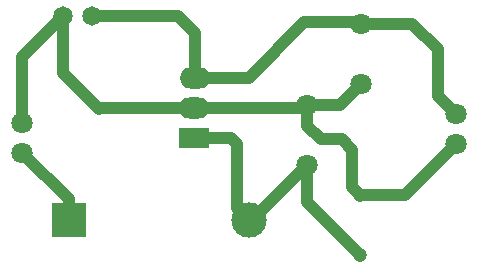
<source format=gbl>
G04 Layer: BottomLayer*
G04 EasyEDA v6.5.34, 2023-12-21 17:11:59*
G04 12d045cc0dbe4403be4ac363432de5ab,1733c34252f04aa8848ca1e28a7e2cb8,10*
G04 Gerber Generator version 0.2*
G04 Scale: 100 percent, Rotated: No, Reflected: No *
G04 Dimensions in millimeters *
G04 leading zeros omitted , absolute positions ,4 integer and 5 decimal *
%FSLAX45Y45*%
%MOMM*%

%ADD10C,1.0000*%
%ADD11C,1.2000*%
%ADD12C,1.8000*%
%ADD13C,1.6500*%
%ADD14R,3.0000X3.0000*%
%ADD15C,3.0000*%
%ADD16C,1.8001*%
%ADD17O,2.5999948X1.7999964*%
%ADD18R,2.6000X1.8000*%

%LPD*%
D10*
X2006104Y1536687D02*
G01*
X2933687Y1536687D01*
X2959100Y1562100D01*
X3403600Y800100D02*
G01*
X3784600Y800100D01*
X4216400Y1231900D01*
X3416300Y2247900D02*
G01*
X3848100Y2247900D01*
X4064000Y2032000D01*
X4064000Y1638300D01*
X4216400Y1485900D01*
X2959100Y1054100D02*
G01*
X2959100Y736600D01*
X3403600Y292100D01*
X2463800Y584200D02*
G01*
X2489200Y584200D01*
X2959100Y1054100D01*
X2006104Y1282687D02*
G01*
X2311412Y1282687D01*
X2362200Y1231900D01*
X2362200Y685800D01*
X2463800Y584200D01*
X2959100Y1562100D02*
G01*
X2959100Y1384300D01*
X3073400Y1270000D01*
X3251200Y1270000D01*
X3340100Y1181100D01*
X3340100Y863600D01*
X3403600Y800100D01*
X2959100Y1562100D02*
G01*
X3238500Y1562100D01*
X3416300Y1739900D01*
X2007095Y1790712D02*
G01*
X2463812Y1790712D01*
X2933700Y2260600D01*
X3403600Y2260600D01*
X3416300Y2247900D01*
X1140993Y2311400D02*
G01*
X1866900Y2311400D01*
X2007095Y2171204D01*
X2007095Y1790712D01*
X891006Y2311400D02*
G01*
X891006Y1826793D01*
X1193800Y1524000D01*
X1206487Y1536687D01*
X2006104Y1536687D01*
X546100Y1409700D02*
G01*
X546100Y1966493D01*
X891006Y2311400D01*
X939800Y584200D02*
G01*
X939800Y762000D01*
X546100Y1155700D01*
D11*
G01*
X3403600Y800100D03*
G01*
X3403600Y292100D03*
D12*
G01*
X2959100Y1562100D03*
G01*
X2959100Y1054100D03*
G01*
X3416300Y1739900D03*
G01*
X3416300Y2247900D03*
D13*
G01*
X891006Y2311400D03*
G01*
X1140993Y2311400D03*
D14*
G01*
X939800Y584200D03*
D15*
G01*
X2463800Y584200D03*
D16*
G01*
X4216400Y1485900D03*
G01*
X4216400Y1231900D03*
G01*
X546100Y1409700D03*
G01*
X546100Y1155700D03*
D17*
G01*
X2006104Y1536687D03*
G01*
X2007095Y1790712D03*
D18*
G01*
X2006104Y1282687D03*
M02*

</source>
